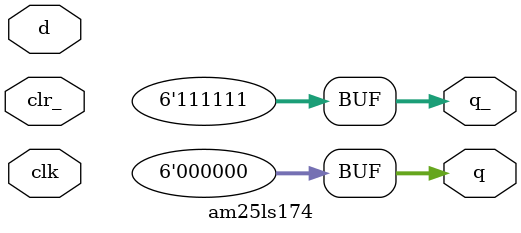
<source format=v>


// 25ls174 is WIDTH=6
// 25ls175 is WIDTH=4

`timescale 1ns / 100ps

module am25ls174(d, q, q_, clk, clr_);
parameter WIDTH = 6;
input [WIDTH-1:0] d;
output [WIDTH-1:0] q;
output [WIDTH-1:0] q_;
input clk;
input clr_;

reg [WIDTH-1:0] q;

always @(clr_)
begin
  q  = {WIDTH{1'b0}};
end

always @(posedge clk)
begin
	if (clr_ == 1'b1) begin
		q = d;
	end
end

assign q_  = ~q;

endmodule

</source>
